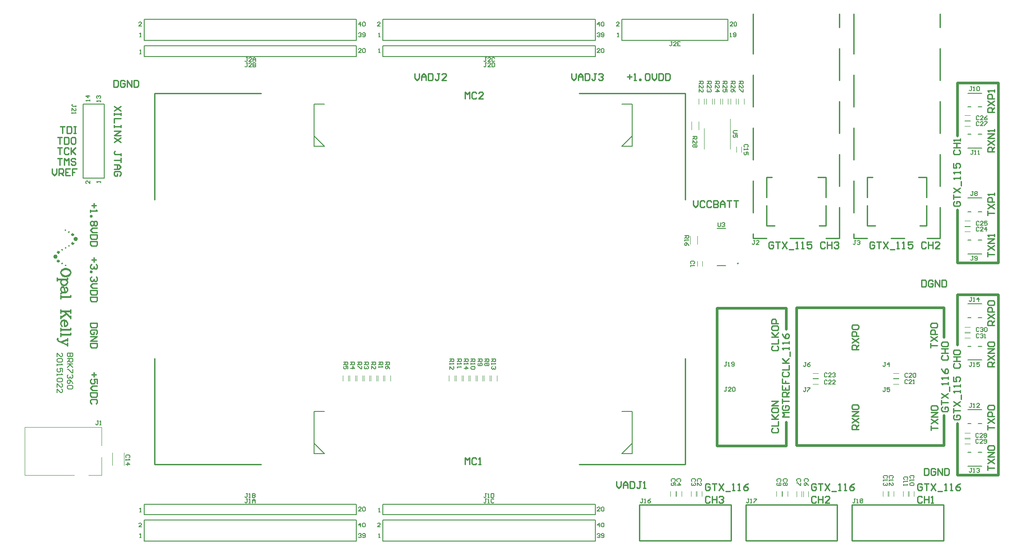
<source format=gto>
G04 Layer_Color=65535*
%FSLAX25Y25*%
%MOIN*%
G70*
G01*
G75*
%ADD12C,0.00800*%
%ADD29C,0.00500*%
%ADD31C,0.01000*%
%ADD32C,0.01200*%
%ADD63C,0.01500*%
%ADD66C,0.00825*%
%ADD67C,0.00675*%
%ADD68C,0.00700*%
%ADD69C,0.00472*%
%ADD70C,0.00787*%
%ADD71C,0.02000*%
%ADD72C,0.00799*%
%ADD73C,0.00799*%
D12*
X681890Y180315D02*
X692126D01*
X681890Y170079D02*
X684252D01*
X689764D02*
X692126D01*
X681890Y138583D02*
X692126D01*
X689764Y148819D02*
X692126D01*
X681890D02*
X684252D01*
X681890Y101575D02*
X692126D01*
X681890Y91339D02*
X684252D01*
X689764D02*
X692126D01*
X681890Y59842D02*
X692126D01*
X689764Y70079D02*
X692126D01*
X681890D02*
X684252D01*
X681890Y217323D02*
X692126D01*
X689764Y227559D02*
X692126D01*
X681890D02*
X684252D01*
X681890Y259055D02*
X692126D01*
X681890Y248819D02*
X684252D01*
X689764D02*
X692126D01*
X681890Y296063D02*
X692126D01*
X689764Y306299D02*
X692126D01*
X681890D02*
X684252D01*
X681890Y336811D02*
X692126D01*
X681890Y326575D02*
X684252D01*
X689764D02*
X692126D01*
X685070Y136857D02*
X684070D01*
X684570D01*
Y134358D01*
X684070Y133858D01*
X683571D01*
X683071Y134358D01*
X686070Y133858D02*
X687070D01*
X686570D01*
Y136857D01*
X686070Y136357D01*
X690568Y136857D02*
X688569D01*
Y135358D01*
X689569Y135858D01*
X690069D01*
X690568Y135358D01*
Y134358D01*
X690069Y133858D01*
X689069D01*
X688569Y134358D01*
X685070Y185086D02*
X684070D01*
X684570D01*
Y182586D01*
X684070Y182087D01*
X683571D01*
X683071Y182586D01*
X686070Y182087D02*
X687070D01*
X686570D01*
Y185086D01*
X686070Y184586D01*
X690069Y182087D02*
Y185086D01*
X688569Y183586D01*
X690568D01*
X685070Y58117D02*
X684070D01*
X684570D01*
Y55618D01*
X684070Y55118D01*
X683571D01*
X683071Y55618D01*
X686070Y55118D02*
X687070D01*
X686570D01*
Y58117D01*
X686070Y57617D01*
X688569D02*
X689069Y58117D01*
X690069D01*
X690568Y57617D01*
Y57117D01*
X690069Y56618D01*
X689569D01*
X690069D01*
X690568Y56118D01*
Y55618D01*
X690069Y55118D01*
X689069D01*
X688569Y55618D01*
X685070Y106345D02*
X684070D01*
X684570D01*
Y103846D01*
X684070Y103347D01*
X683571D01*
X683071Y103846D01*
X686070Y103347D02*
X687070D01*
X686570D01*
Y106345D01*
X686070Y105846D01*
X690568Y103347D02*
X688569D01*
X690568Y105346D01*
Y105846D01*
X690069Y106345D01*
X689069D01*
X688569Y105846D01*
X686055Y294338D02*
X685055D01*
X685555D01*
Y291838D01*
X685055Y291339D01*
X684555D01*
X684055Y291838D01*
X687054Y291339D02*
X688054D01*
X687554D01*
Y294338D01*
X687054Y293838D01*
X689553Y291339D02*
X690553D01*
X690053D01*
Y294338D01*
X689553Y293838D01*
X685070Y341582D02*
X684071D01*
X684570D01*
Y339083D01*
X684071Y338583D01*
X683571D01*
X683071Y339083D01*
X686070Y338583D02*
X687070D01*
X686570D01*
Y341582D01*
X686070Y341082D01*
X688569D02*
X689069Y341582D01*
X690069D01*
X690568Y341082D01*
Y339083D01*
X690069Y338583D01*
X689069D01*
X688569Y339083D01*
Y341082D01*
X686055Y215597D02*
X685055D01*
X685555D01*
Y213098D01*
X685055Y212598D01*
X684555D01*
X684055Y213098D01*
X687054D02*
X687554Y212598D01*
X688554D01*
X689053Y213098D01*
Y215098D01*
X688554Y215597D01*
X687554D01*
X687054Y215098D01*
Y214598D01*
X687554Y214098D01*
X689053D01*
X686055Y263826D02*
X685055D01*
X685555D01*
Y261327D01*
X685055Y260827D01*
X684555D01*
X684055Y261327D01*
X687054Y263326D02*
X687554Y263826D01*
X688554D01*
X689053Y263326D01*
Y262826D01*
X688554Y262326D01*
X689053Y261826D01*
Y261327D01*
X688554Y260827D01*
X687554D01*
X687054Y261327D01*
Y261826D01*
X687554Y262326D01*
X687054Y262826D01*
Y263326D01*
X687554Y262326D02*
X688554D01*
X690188Y157617D02*
X689688Y158117D01*
X688689D01*
X688189Y157617D01*
Y155618D01*
X688689Y155118D01*
X689688D01*
X690188Y155618D01*
X691188Y157617D02*
X691688Y158117D01*
X692688D01*
X693187Y157617D01*
Y157117D01*
X692688Y156618D01*
X692188D01*
X692688D01*
X693187Y156118D01*
Y155618D01*
X692688Y155118D01*
X691688D01*
X691188Y155618D01*
X694187Y155118D02*
X695187D01*
X694687D01*
Y158117D01*
X694187Y157617D01*
X690188Y162342D02*
X689688Y162842D01*
X688689D01*
X688189Y162342D01*
Y160342D01*
X688689Y159843D01*
X689688D01*
X690188Y160342D01*
X691188Y162342D02*
X691688Y162842D01*
X692688D01*
X693187Y162342D01*
Y161842D01*
X692688Y161342D01*
X692188D01*
X692688D01*
X693187Y160842D01*
Y160342D01*
X692688Y159843D01*
X691688D01*
X691188Y160342D01*
X694187Y162342D02*
X694687Y162842D01*
X695687D01*
X696186Y162342D01*
Y160342D01*
X695687Y159843D01*
X694687D01*
X694187Y160342D01*
Y162342D01*
X689795Y79271D02*
X689295Y79771D01*
X688295D01*
X687795Y79271D01*
Y77271D01*
X688295Y76772D01*
X689295D01*
X689795Y77271D01*
X692794Y76772D02*
X690794D01*
X692794Y78771D01*
Y79271D01*
X692294Y79771D01*
X691294D01*
X690794Y79271D01*
X693793Y77271D02*
X694293Y76772D01*
X695293D01*
X695793Y77271D01*
Y79271D01*
X695293Y79771D01*
X694293D01*
X693793Y79271D01*
Y78771D01*
X694293Y78271D01*
X695793D01*
X689795Y83601D02*
X689295Y84101D01*
X688295D01*
X687795Y83601D01*
Y81602D01*
X688295Y81102D01*
X689295D01*
X689795Y81602D01*
X692794Y81102D02*
X690794D01*
X692794Y83102D01*
Y83601D01*
X692294Y84101D01*
X691294D01*
X690794Y83601D01*
X693793D02*
X694293Y84101D01*
X695293D01*
X695793Y83601D01*
Y83102D01*
X695293Y82602D01*
X695793Y82102D01*
Y81602D01*
X695293Y81102D01*
X694293D01*
X693793Y81602D01*
Y82102D01*
X694293Y82602D01*
X693793Y83102D01*
Y83601D01*
X694293Y82602D02*
X695293D01*
X690188Y315098D02*
X689688Y315598D01*
X688689D01*
X688189Y315098D01*
Y313098D01*
X688689Y312598D01*
X689688D01*
X690188Y313098D01*
X693187Y312598D02*
X691188D01*
X693187Y314598D01*
Y315098D01*
X692688Y315598D01*
X691688D01*
X691188Y315098D01*
X694187Y315598D02*
X696186D01*
Y315098D01*
X694187Y313098D01*
Y312598D01*
X690188Y319428D02*
X689688Y319928D01*
X688689D01*
X688189Y319428D01*
Y317429D01*
X688689Y316929D01*
X689688D01*
X690188Y317429D01*
X693187Y316929D02*
X691188D01*
X693187Y318929D01*
Y319428D01*
X692688Y319928D01*
X691688D01*
X691188Y319428D01*
X696186Y319928D02*
X695187Y319428D01*
X694187Y318429D01*
Y317429D01*
X694687Y316929D01*
X695687D01*
X696186Y317429D01*
Y317929D01*
X695687Y318429D01*
X694187D01*
X690188Y241082D02*
X689688Y241582D01*
X688689D01*
X688189Y241082D01*
Y239083D01*
X688689Y238583D01*
X689688D01*
X690188Y239083D01*
X693187Y238583D02*
X691188D01*
X693187Y240582D01*
Y241082D01*
X692688Y241582D01*
X691688D01*
X691188Y241082D01*
X696186Y241582D02*
X694187D01*
Y240082D01*
X695187Y240582D01*
X695687D01*
X696186Y240082D01*
Y239083D01*
X695687Y238583D01*
X694687D01*
X694187Y239083D01*
X690188Y236751D02*
X689688Y237251D01*
X688689D01*
X688189Y236751D01*
Y234752D01*
X688689Y234252D01*
X689688D01*
X690188Y234752D01*
X693187Y234252D02*
X691188D01*
X693187Y236251D01*
Y236751D01*
X692688Y237251D01*
X691688D01*
X691188Y236751D01*
X695687Y234252D02*
Y237251D01*
X694187Y235752D01*
X696186D01*
X577590Y128546D02*
X577090Y129045D01*
X576090D01*
X575591Y128546D01*
Y126546D01*
X576090Y126047D01*
X577090D01*
X577590Y126546D01*
X580589Y126047D02*
X578590D01*
X580589Y128046D01*
Y128546D01*
X580089Y129045D01*
X579089D01*
X578590Y128546D01*
X581589D02*
X582089Y129045D01*
X583088D01*
X583588Y128546D01*
Y128046D01*
X583088Y127546D01*
X582588D01*
X583088D01*
X583588Y127046D01*
Y126546D01*
X583088Y126047D01*
X582089D01*
X581589Y126546D01*
X577590Y123200D02*
X577090Y123700D01*
X576090D01*
X575591Y123200D01*
Y121201D01*
X576090Y120701D01*
X577090D01*
X577590Y121201D01*
X580589Y120701D02*
X578590D01*
X580589Y122700D01*
Y123200D01*
X580089Y123700D01*
X579089D01*
X578590Y123200D01*
X583588Y120701D02*
X581589D01*
X583588Y122700D01*
Y123200D01*
X583088Y123700D01*
X582089D01*
X581589Y123200D01*
X637292Y123427D02*
X636792Y123927D01*
X635793D01*
X635293Y123427D01*
Y121428D01*
X635793Y120928D01*
X636792D01*
X637292Y121428D01*
X640291Y120928D02*
X638292D01*
X640291Y122928D01*
Y123427D01*
X639791Y123927D01*
X638792D01*
X638292Y123427D01*
X641291Y120928D02*
X642291D01*
X641791D01*
Y123927D01*
X641291Y123427D01*
X637292Y128318D02*
X636792Y128818D01*
X635793D01*
X635293Y128318D01*
Y126319D01*
X635793Y125819D01*
X636792D01*
X637292Y126319D01*
X640291Y125819D02*
X638292D01*
X640291Y127818D01*
Y128318D01*
X639791Y128818D01*
X638792D01*
X638292Y128318D01*
X641291D02*
X641791Y128818D01*
X642791D01*
X643290Y128318D01*
Y126319D01*
X642791Y125819D01*
X641791D01*
X641291Y126319D01*
Y128318D01*
X479399Y48301D02*
X479899Y48801D01*
Y49800D01*
X479399Y50300D01*
X477400D01*
X476900Y49800D01*
Y48801D01*
X477400Y48301D01*
X479399Y47301D02*
X479899Y46801D01*
Y45801D01*
X479399Y45302D01*
X478899D01*
X478400Y45801D01*
Y46301D01*
Y45801D01*
X477900Y45302D01*
X477400D01*
X476900Y45801D01*
Y46801D01*
X477400Y47301D01*
X518299Y296701D02*
X518799Y297200D01*
Y298200D01*
X518299Y298700D01*
X516300D01*
X515800Y298200D01*
Y297200D01*
X516300Y296701D01*
X515800Y295701D02*
Y294701D01*
Y295201D01*
X518799D01*
X518299Y295701D01*
X518799Y291202D02*
Y293202D01*
X517300D01*
X517799Y292202D01*
Y291702D01*
X517300Y291202D01*
X516300D01*
X515800Y291702D01*
Y292702D01*
X516300Y293202D01*
X621799Y50801D02*
X622299Y51301D01*
Y52300D01*
X621799Y52800D01*
X619800D01*
X619300Y52300D01*
Y51301D01*
X619800Y50801D01*
X619300Y49801D02*
Y48801D01*
Y49301D01*
X622299D01*
X621799Y49801D01*
Y47302D02*
X622299Y46802D01*
Y45802D01*
X621799Y45302D01*
X621299D01*
X620799Y45802D01*
Y46302D01*
Y45802D01*
X620300Y45302D01*
X619800D01*
X619300Y45802D01*
Y46802D01*
X619800Y47302D01*
X626099Y50801D02*
X626599Y51301D01*
Y52300D01*
X626099Y52800D01*
X624100D01*
X623600Y52300D01*
Y51301D01*
X624100Y50801D01*
X623600Y49801D02*
Y48801D01*
Y49301D01*
X626599D01*
X626099Y49801D01*
X623600Y45302D02*
Y47302D01*
X625599Y45302D01*
X626099D01*
X626599Y45802D01*
Y46802D01*
X626099Y47302D01*
X636799Y49801D02*
X637299Y50301D01*
Y51300D01*
X636799Y51800D01*
X634800D01*
X634300Y51300D01*
Y50301D01*
X634800Y49801D01*
X634300Y48801D02*
Y47801D01*
Y48301D01*
X637299D01*
X636799Y48801D01*
X634300Y46302D02*
Y45302D01*
Y45802D01*
X637299D01*
X636799Y46302D01*
X641599Y50801D02*
X642099Y51301D01*
Y52300D01*
X641599Y52800D01*
X639600D01*
X639100Y52300D01*
Y51301D01*
X639600Y50801D01*
X639100Y49801D02*
Y48801D01*
Y49301D01*
X642099D01*
X641599Y49801D01*
Y47302D02*
X642099Y46802D01*
Y45802D01*
X641599Y45302D01*
X639600D01*
X639100Y45802D01*
Y46802D01*
X639600Y47302D01*
X641599D01*
X542799Y48301D02*
X543299Y48801D01*
Y49800D01*
X542799Y50300D01*
X540800D01*
X540300Y49800D01*
Y48801D01*
X540800Y48301D01*
Y47301D02*
X540300Y46801D01*
Y45801D01*
X540800Y45302D01*
X542799D01*
X543299Y45801D01*
Y46801D01*
X542799Y47301D01*
X542299D01*
X541799Y46801D01*
Y45302D01*
X547599Y48301D02*
X548099Y48801D01*
Y49800D01*
X547599Y50300D01*
X545600D01*
X545100Y49800D01*
Y48801D01*
X545600Y48301D01*
X547599Y47301D02*
X548099Y46801D01*
Y45801D01*
X547599Y45302D01*
X547099D01*
X546599Y45801D01*
X546100Y45302D01*
X545600D01*
X545100Y45801D01*
Y46801D01*
X545600Y47301D01*
X546100D01*
X546599Y46801D01*
X547099Y47301D01*
X547599D01*
X546599Y46801D02*
Y45801D01*
X557499Y48238D02*
X557999Y48738D01*
Y49738D01*
X557499Y50238D01*
X555500D01*
X555000Y49738D01*
Y48738D01*
X555500Y48238D01*
X557999Y47239D02*
Y45239D01*
X557499D01*
X555500Y47239D01*
X555000D01*
X562999Y48238D02*
X563499Y48738D01*
Y49738D01*
X562999Y50238D01*
X561000D01*
X560500Y49738D01*
Y48738D01*
X561000Y48238D01*
X563499Y45239D02*
X562999Y46239D01*
X562000Y47239D01*
X561000D01*
X560500Y46739D01*
Y45739D01*
X561000Y45239D01*
X561500D01*
X562000Y45739D01*
Y47239D01*
X464299Y48301D02*
X464799Y48801D01*
Y49800D01*
X464299Y50300D01*
X462300D01*
X461800Y49800D01*
Y48801D01*
X462300Y48301D01*
X464799Y45302D02*
Y47301D01*
X463300D01*
X463799Y46301D01*
Y45801D01*
X463300Y45302D01*
X462300D01*
X461800Y45801D01*
Y46801D01*
X462300Y47301D01*
X468599Y48301D02*
X469099Y48801D01*
Y49800D01*
X468599Y50300D01*
X466600D01*
X466100Y49800D01*
Y48801D01*
X466600Y48301D01*
X466100Y45801D02*
X469099D01*
X467599Y47301D01*
Y45302D01*
X483699Y48301D02*
X484199Y48801D01*
Y49800D01*
X483699Y50300D01*
X481700D01*
X481200Y49800D01*
Y48801D01*
X481700Y48301D01*
X481200Y45302D02*
Y47301D01*
X483199Y45302D01*
X483699D01*
X484199Y45801D01*
Y46801D01*
X483699Y47301D01*
X598850Y227409D02*
X597850D01*
X598350D01*
Y224909D01*
X597850Y224410D01*
X597350D01*
X596850Y224909D01*
X599849Y226909D02*
X600349Y227409D01*
X601349D01*
X601849Y226909D01*
Y226409D01*
X601349Y225909D01*
X600849D01*
X601349D01*
X601849Y225409D01*
Y224909D01*
X601349Y224410D01*
X600349D01*
X599849Y224909D01*
X506299Y345669D02*
X509298D01*
Y344170D01*
X508798Y343670D01*
X507799D01*
X507299Y344170D01*
Y345669D01*
Y344670D02*
X506299Y343670D01*
Y340671D02*
Y342670D01*
X508299Y340671D01*
X508798D01*
X509298Y341171D01*
Y342170D01*
X508798Y342670D01*
X509298Y337672D02*
X508798Y338671D01*
X507799Y339671D01*
X506799D01*
X506299Y339171D01*
Y338172D01*
X506799Y337672D01*
X507299D01*
X507799Y338172D01*
Y339671D01*
X488583Y345669D02*
X491582D01*
Y344170D01*
X491082Y343670D01*
X490082D01*
X489582Y344170D01*
Y345669D01*
Y344670D02*
X488583Y343670D01*
Y340671D02*
Y342670D01*
X490582Y340671D01*
X491082D01*
X491582Y341171D01*
Y342170D01*
X491082Y342670D01*
Y339671D02*
X491582Y339171D01*
Y338172D01*
X491082Y337672D01*
X490582D01*
X490082Y338172D01*
Y338671D01*
Y338172D01*
X489582Y337672D01*
X489082D01*
X488583Y338172D01*
Y339171D01*
X489082Y339671D01*
X482677Y345669D02*
X485676D01*
Y344170D01*
X485176Y343670D01*
X484177D01*
X483677Y344170D01*
Y345669D01*
Y344670D02*
X482677Y343670D01*
Y340671D02*
Y342670D01*
X484677Y340671D01*
X485176D01*
X485676Y341171D01*
Y342170D01*
X485176Y342670D01*
X482677Y337672D02*
Y339671D01*
X484677Y337672D01*
X485176D01*
X485676Y338172D01*
Y339171D01*
X485176Y339671D01*
X510873Y309055D02*
X508374D01*
X507874Y308555D01*
Y307556D01*
X508374Y307056D01*
X510873D01*
Y304057D02*
Y306056D01*
X509374D01*
X509873Y305056D01*
Y304557D01*
X509374Y304057D01*
X508374D01*
X507874Y304557D01*
Y305556D01*
X508374Y306056D01*
X478000Y304600D02*
X480999D01*
Y303100D01*
X480499Y302601D01*
X479499D01*
X479000Y303100D01*
Y304600D01*
Y303600D02*
X478000Y302601D01*
Y299602D02*
Y301601D01*
X479999Y299602D01*
X480499D01*
X480999Y300101D01*
Y301101D01*
X480499Y301601D01*
Y298602D02*
X480999Y298102D01*
Y297102D01*
X480499Y296603D01*
X479999D01*
X479499Y297102D01*
X479000Y296603D01*
X478500D01*
X478000Y297102D01*
Y298102D01*
X478500Y298602D01*
X479000D01*
X479499Y298102D01*
X479999Y298602D01*
X480499D01*
X479499Y298102D02*
Y297102D01*
X512205Y345669D02*
X515204D01*
Y344170D01*
X514704Y343670D01*
X513704D01*
X513204Y344170D01*
Y345669D01*
Y344670D02*
X512205Y343670D01*
Y340671D02*
Y342670D01*
X514204Y340671D01*
X514704D01*
X515204Y341171D01*
Y342170D01*
X514704Y342670D01*
X515204Y339671D02*
Y337672D01*
X514704D01*
X512705Y339671D01*
X512205D01*
X500394Y345669D02*
X503393D01*
Y344170D01*
X502893Y343670D01*
X501893D01*
X501393Y344170D01*
Y345669D01*
Y344670D02*
X500394Y343670D01*
Y340671D02*
Y342670D01*
X502393Y340671D01*
X502893D01*
X503393Y341171D01*
Y342170D01*
X502893Y342670D01*
X503393Y337672D02*
Y339671D01*
X501893D01*
X502393Y338671D01*
Y338172D01*
X501893Y337672D01*
X500893D01*
X500394Y338172D01*
Y339171D01*
X500893Y339671D01*
X494488Y345669D02*
X497487D01*
Y344170D01*
X496987Y343670D01*
X495988D01*
X495488Y344170D01*
Y345669D01*
Y344670D02*
X494488Y343670D01*
Y340671D02*
Y342670D01*
X496488Y340671D01*
X496987D01*
X497487Y341171D01*
Y342170D01*
X496987Y342670D01*
X494488Y338172D02*
X497487D01*
X495988Y339671D01*
Y337672D01*
X229134Y137008D02*
X232133D01*
Y135508D01*
X231633Y135009D01*
X230633D01*
X230134Y135508D01*
Y137008D01*
Y136008D02*
X229134Y135009D01*
X232133Y134009D02*
Y132009D01*
X231633D01*
X229634Y134009D01*
X229134D01*
X250000Y137008D02*
X252999D01*
Y135508D01*
X252499Y135009D01*
X251500D01*
X251000Y135508D01*
Y137008D01*
Y136008D02*
X250000Y135009D01*
X252999Y132009D02*
X252499Y133009D01*
X251500Y134009D01*
X250500D01*
X250000Y133509D01*
Y132509D01*
X250500Y132009D01*
X251000D01*
X251500Y132509D01*
Y134009D01*
X218898Y137008D02*
X221897D01*
Y135508D01*
X221397Y135009D01*
X220397D01*
X219897Y135508D01*
Y137008D01*
Y136008D02*
X218898Y135009D01*
X221897Y132009D02*
Y134009D01*
X220397D01*
X220897Y133009D01*
Y132509D01*
X220397Y132009D01*
X219397D01*
X218898Y132509D01*
Y133509D01*
X219397Y134009D01*
X598456Y35479D02*
X597456D01*
X597956D01*
Y32980D01*
X597456Y32480D01*
X596956D01*
X596457Y32980D01*
X599456Y32480D02*
X600455D01*
X599956D01*
Y35479D01*
X599456Y34980D01*
X601955D02*
X602455Y35479D01*
X603454D01*
X603954Y34980D01*
Y34480D01*
X603454Y33980D01*
X603954Y33480D01*
Y32980D01*
X603454Y32480D01*
X602455D01*
X601955Y32980D01*
Y33480D01*
X602455Y33980D01*
X601955Y34480D01*
Y34980D01*
X602455Y33980D02*
X603454D01*
X440976Y35479D02*
X439976D01*
X440476D01*
Y32980D01*
X439976Y32480D01*
X439476D01*
X438976Y32980D01*
X441975Y32480D02*
X442975D01*
X442475D01*
Y35479D01*
X441975Y34980D01*
X446474Y35479D02*
X445474Y34980D01*
X444475Y33980D01*
Y32980D01*
X444974Y32480D01*
X445974D01*
X446474Y32980D01*
Y33480D01*
X445974Y33980D01*
X444475D01*
X562039Y118157D02*
X561039D01*
X561539D01*
Y115657D01*
X561039Y115157D01*
X560539D01*
X560039Y115657D01*
X563038Y118157D02*
X565038D01*
Y117657D01*
X563038Y115657D01*
Y115157D01*
X621094Y118157D02*
X620094D01*
X620594D01*
Y115657D01*
X620094Y115157D01*
X619594D01*
X619095Y115657D01*
X624093Y118157D02*
X622093D01*
Y116657D01*
X623093Y117157D01*
X623593D01*
X624093Y116657D01*
Y115657D01*
X623593Y115157D01*
X622593D01*
X622093Y115657D01*
X562039Y136857D02*
X561039D01*
X561539D01*
Y134358D01*
X561039Y133858D01*
X560539D01*
X560039Y134358D01*
X565038Y136857D02*
X564038Y136357D01*
X563038Y135358D01*
Y134358D01*
X563538Y133858D01*
X564538D01*
X565038Y134358D01*
Y134858D01*
X564538Y135358D01*
X563038D01*
X621094Y136857D02*
X620094D01*
X620594D01*
Y134358D01*
X620094Y133858D01*
X619594D01*
X619095Y134358D01*
X623593Y133858D02*
Y136857D01*
X622093Y135358D01*
X624093D01*
X524047Y227409D02*
X523047D01*
X523547D01*
Y224909D01*
X523047Y224410D01*
X522547D01*
X522047Y224909D01*
X527046Y224410D02*
X525046D01*
X527046Y226409D01*
Y226909D01*
X526546Y227409D01*
X525546D01*
X525046Y226909D01*
X462629Y375046D02*
X461630D01*
X462129D01*
Y372547D01*
X461630Y372047D01*
X461130D01*
X460630Y372547D01*
X465628Y372047D02*
X463629D01*
X465628Y374047D01*
Y374546D01*
X465129Y375046D01*
X464129D01*
X463629Y374546D01*
X468627Y375046D02*
X466628D01*
Y372047D01*
X468627D01*
X466628Y373547D02*
X467628D01*
X324834Y359298D02*
X323834D01*
X324334D01*
Y356799D01*
X323834Y356299D01*
X323335D01*
X322835Y356799D01*
X327833Y356299D02*
X325834D01*
X327833Y358299D01*
Y358798D01*
X327333Y359298D01*
X326333D01*
X325834Y358798D01*
X328833Y359298D02*
Y356299D01*
X330332D01*
X330832Y356799D01*
Y358798D01*
X330332Y359298D01*
X328833D01*
X324834Y363235D02*
X323834D01*
X324334D01*
Y360736D01*
X323834Y360236D01*
X323335D01*
X322835Y360736D01*
X327833Y360236D02*
X325834D01*
X327833Y362236D01*
Y362735D01*
X327333Y363235D01*
X326333D01*
X325834Y362735D01*
X330832D02*
X330332Y363235D01*
X329332D01*
X328833Y362735D01*
Y360736D01*
X329332Y360236D01*
X330332D01*
X330832Y360736D01*
X147669Y359298D02*
X146669D01*
X147169D01*
Y356799D01*
X146669Y356299D01*
X146169D01*
X145669Y356799D01*
X150668Y356299D02*
X148668D01*
X150668Y358299D01*
Y358798D01*
X150168Y359298D01*
X149168D01*
X148668Y358798D01*
X151667Y359298D02*
Y356299D01*
X153167D01*
X153667Y356799D01*
Y357299D01*
X153167Y357799D01*
X151667D01*
X153167D01*
X153667Y358299D01*
Y358798D01*
X153167Y359298D01*
X151667D01*
X147669Y363235D02*
X146669D01*
X147169D01*
Y360736D01*
X146669Y360236D01*
X146169D01*
X145669Y360736D01*
X150668Y360236D02*
X148668D01*
X150668Y362236D01*
Y362735D01*
X150168Y363235D01*
X149168D01*
X148668Y362735D01*
X151667Y360236D02*
Y362236D01*
X152667Y363235D01*
X153667Y362236D01*
Y360236D01*
Y361736D01*
X151667D01*
X324834Y39416D02*
X323834D01*
X324334D01*
Y36917D01*
X323834Y36417D01*
X323335D01*
X322835Y36917D01*
X325834Y36417D02*
X326833D01*
X326333D01*
Y39416D01*
X325834Y38917D01*
X328333Y39416D02*
Y36417D01*
X329832D01*
X330332Y36917D01*
Y38917D01*
X329832Y39416D01*
X328333D01*
X324834Y35479D02*
X323834D01*
X324334D01*
Y32980D01*
X323834Y32480D01*
X323335D01*
X322835Y32980D01*
X325834Y32480D02*
X326833D01*
X326333D01*
Y35479D01*
X325834Y34980D01*
X330332D02*
X329832Y35479D01*
X328833D01*
X328333Y34980D01*
Y32980D01*
X328833Y32480D01*
X329832D01*
X330332Y32980D01*
X147669Y39416D02*
X146669D01*
X147169D01*
Y36917D01*
X146669Y36417D01*
X146169D01*
X145669Y36917D01*
X148668Y36417D02*
X149668D01*
X149168D01*
Y39416D01*
X148668Y38917D01*
X151168Y39416D02*
Y36417D01*
X152667D01*
X153167Y36917D01*
Y37417D01*
X152667Y37917D01*
X151168D01*
X152667D01*
X153167Y38417D01*
Y38917D01*
X152667Y39416D01*
X151168D01*
X147669Y35479D02*
X146669D01*
X147169D01*
Y32980D01*
X146669Y32480D01*
X146169D01*
X145669Y32980D01*
X148668Y32480D02*
X149668D01*
X149168D01*
Y35479D01*
X148668Y34980D01*
X151168Y32480D02*
Y34480D01*
X152167Y35479D01*
X153167Y34480D01*
Y32480D01*
Y33980D01*
X151168D01*
X224016Y137008D02*
X227015D01*
Y135508D01*
X226515Y135009D01*
X225515D01*
X225015Y135508D01*
Y137008D01*
Y136008D02*
X224016Y135009D01*
Y132509D02*
X227015D01*
X225515Y134009D01*
Y132009D01*
X234252Y137008D02*
X237251D01*
Y135508D01*
X236751Y135009D01*
X235752D01*
X235252Y135508D01*
Y137008D01*
Y136008D02*
X234252Y135009D01*
X236751Y134009D02*
X237251Y133509D01*
Y132509D01*
X236751Y132009D01*
X236251D01*
X235752Y132509D01*
Y133009D01*
Y132509D01*
X235252Y132009D01*
X234752D01*
X234252Y132509D01*
Y133509D01*
X234752Y134009D01*
X239764Y137008D02*
X242763D01*
Y135508D01*
X242263Y135009D01*
X241263D01*
X240763Y135508D01*
Y137008D01*
Y136008D02*
X239764Y135009D01*
Y132009D02*
Y134009D01*
X241763Y132009D01*
X242263D01*
X242763Y132509D01*
Y133509D01*
X242263Y134009D01*
X471900Y231200D02*
X474899D01*
Y229700D01*
X474399Y229201D01*
X473399D01*
X472900Y229700D01*
Y231200D01*
Y230200D02*
X471900Y229201D01*
Y228201D02*
Y227201D01*
Y227701D01*
X474899D01*
X474399Y228201D01*
X474899Y223702D02*
X474399Y224702D01*
X473399Y225702D01*
X472400D01*
X471900Y225202D01*
Y224202D01*
X472400Y223702D01*
X472900D01*
X473399Y224202D01*
Y225702D01*
X244882Y137008D02*
X247881D01*
Y135508D01*
X247381Y135009D01*
X246381D01*
X245882Y135508D01*
Y137008D01*
Y136008D02*
X244882Y135009D01*
Y134009D02*
Y133009D01*
Y133509D01*
X247881D01*
X247381Y134009D01*
X496500Y240599D02*
Y238100D01*
X497000Y237600D01*
X497999D01*
X498499Y238100D01*
Y240599D01*
X499499Y240099D02*
X499999Y240599D01*
X500998D01*
X501498Y240099D01*
Y239599D01*
X500998Y239100D01*
X500499D01*
X500998D01*
X501498Y238600D01*
Y238100D01*
X500998Y237600D01*
X499999D01*
X499499Y238100D01*
X308268Y139370D02*
X311267D01*
Y137871D01*
X310767Y137371D01*
X309767D01*
X309267Y137871D01*
Y139370D01*
Y138370D02*
X308268Y137371D01*
Y136371D02*
Y135371D01*
Y135871D01*
X311267D01*
X310767Y136371D01*
X308268Y132372D02*
X311267D01*
X309767Y133872D01*
Y131872D01*
X328740Y139370D02*
X331739D01*
Y137871D01*
X331239Y137371D01*
X330240D01*
X329740Y137871D01*
Y139370D01*
Y138370D02*
X328740Y137371D01*
Y136371D02*
Y135371D01*
Y135871D01*
X331739D01*
X331239Y136371D01*
Y133872D02*
X331739Y133372D01*
Y132372D01*
X331239Y131872D01*
X330739D01*
X330240Y132372D01*
Y132872D01*
Y132372D01*
X329740Y131872D01*
X329240D01*
X328740Y132372D01*
Y133372D01*
X329240Y133872D01*
X297638Y139370D02*
X300637D01*
Y137871D01*
X300137Y137371D01*
X299137D01*
X298638Y137871D01*
Y139370D01*
Y138370D02*
X297638Y137371D01*
Y136371D02*
Y135371D01*
Y135871D01*
X300637D01*
X300137Y136371D01*
X297638Y131872D02*
Y133872D01*
X299637Y131872D01*
X300137D01*
X300637Y132372D01*
Y133372D01*
X300137Y133872D01*
X303150Y139370D02*
X306149D01*
Y137871D01*
X305649Y137371D01*
X304649D01*
X304149Y137871D01*
Y139370D01*
Y138370D02*
X303150Y137371D01*
Y136371D02*
Y135371D01*
Y135871D01*
X306149D01*
X305649Y136371D01*
X303150Y133872D02*
Y132872D01*
Y133372D01*
X306149D01*
X305649Y133872D01*
X313386Y139370D02*
X316385D01*
Y137871D01*
X315885Y137371D01*
X314885D01*
X314386Y137871D01*
Y139370D01*
Y138370D02*
X313386Y137371D01*
Y136371D02*
Y135371D01*
Y135871D01*
X316385D01*
X315885Y136371D01*
Y133872D02*
X316385Y133372D01*
Y132372D01*
X315885Y131872D01*
X313886D01*
X313386Y132372D01*
Y133372D01*
X313886Y133872D01*
X315885D01*
X318504Y139370D02*
X321503D01*
Y137871D01*
X321003Y137371D01*
X320004D01*
X319504Y137871D01*
Y139370D01*
Y138370D02*
X318504Y137371D01*
X319004Y136371D02*
X318504Y135871D01*
Y134871D01*
X319004Y134372D01*
X321003D01*
X321503Y134871D01*
Y135871D01*
X321003Y136371D01*
X320503D01*
X320004Y135871D01*
Y134372D01*
X323622Y139370D02*
X326621D01*
Y137871D01*
X326121Y137371D01*
X325122D01*
X324622Y137871D01*
Y139370D01*
Y138370D02*
X323622Y137371D01*
X326121Y136371D02*
X326621Y135871D01*
Y134871D01*
X326121Y134372D01*
X325621D01*
X325122Y134871D01*
X324622Y134372D01*
X324122D01*
X323622Y134871D01*
Y135871D01*
X324122Y136371D01*
X324622D01*
X325122Y135871D01*
X325621Y136371D01*
X326121D01*
X325122Y135871D02*
Y134871D01*
X478699Y210201D02*
X479199Y210700D01*
Y211700D01*
X478699Y212200D01*
X476700D01*
X476200Y211700D01*
Y210700D01*
X476700Y210201D01*
X476200Y209201D02*
Y208201D01*
Y208701D01*
X479199D01*
X478699Y209201D01*
X59699Y65901D02*
X60199Y66400D01*
Y67400D01*
X59699Y67900D01*
X57700D01*
X57200Y67400D01*
Y66400D01*
X57700Y65901D01*
X57200Y64901D02*
Y63901D01*
Y64401D01*
X60199D01*
X59699Y64901D01*
X57200Y60902D02*
X60199D01*
X58700Y62402D01*
Y60402D01*
X37039Y93550D02*
X36039D01*
X36539D01*
Y91051D01*
X36039Y90551D01*
X35539D01*
X35039Y91051D01*
X38038Y90551D02*
X39038D01*
X38538D01*
Y93550D01*
X38038Y93050D01*
X519716Y35479D02*
X518716D01*
X519216D01*
Y32980D01*
X518716Y32480D01*
X518216D01*
X517717Y32980D01*
X520716Y32480D02*
X521715D01*
X521215D01*
Y35479D01*
X520716Y34980D01*
X523215Y35479D02*
X525214D01*
Y34980D01*
X523215Y32980D01*
Y32480D01*
X503141Y137015D02*
X502141D01*
X502641D01*
Y134516D01*
X502141Y134016D01*
X501642D01*
X501142Y134516D01*
X504141Y134016D02*
X505140D01*
X504641D01*
Y137015D01*
X504141Y136515D01*
X506640Y134516D02*
X507140Y134016D01*
X508140D01*
X508639Y134516D01*
Y136515D01*
X508140Y137015D01*
X507140D01*
X506640Y136515D01*
Y136015D01*
X507140Y135515D01*
X508639D01*
X503141Y118314D02*
X502141D01*
X502641D01*
Y115815D01*
X502141Y115315D01*
X501642D01*
X501142Y115815D01*
X506140Y115315D02*
X504141D01*
X506140Y117314D01*
Y117814D01*
X505640Y118314D01*
X504641D01*
X504141Y117814D01*
X507140D02*
X507640Y118314D01*
X508639D01*
X509139Y117814D01*
Y115815D01*
X508639Y115315D01*
X507640D01*
X507140Y115815D01*
Y117814D01*
X20399Y326701D02*
Y327700D01*
Y327201D01*
X17900D01*
X17400Y327700D01*
Y328200D01*
X17900Y328700D01*
X17400Y323702D02*
Y325701D01*
X19399Y323702D01*
X19899D01*
X20399Y324201D01*
Y325201D01*
X19899Y325701D01*
X17400Y322702D02*
Y321702D01*
Y322202D01*
X20399D01*
X19899Y322702D01*
X423228Y386614D02*
X421260D01*
X423228Y388582D01*
Y389074D01*
X422736Y389566D01*
X421752D01*
X421260Y389074D01*
X422047Y378740D02*
X423031D01*
X422539D01*
Y381692D01*
X422047Y381200D01*
X68897Y14567D02*
X66929D01*
X68897Y16535D01*
Y17027D01*
X68405Y17519D01*
X67421D01*
X66929Y17027D01*
X67716Y6693D02*
X68700D01*
X68208D01*
Y9645D01*
X67716Y9153D01*
X244882Y6693D02*
X245866D01*
X245374D01*
Y9645D01*
X244882Y9153D01*
X246062Y14567D02*
X244094D01*
X246062Y16535D01*
Y17027D01*
X245570Y17519D01*
X244586D01*
X244094Y17027D01*
X68897Y386614D02*
X66929D01*
X68897Y388582D01*
Y389074D01*
X68405Y389566D01*
X67421D01*
X66929Y389074D01*
X67716Y378740D02*
X68700D01*
X68208D01*
Y381692D01*
X67716Y381200D01*
X244882Y378740D02*
X245866D01*
X245374D01*
Y381692D01*
X244882Y381200D01*
X246062Y386614D02*
X244094D01*
X246062Y388582D01*
Y389074D01*
X245570Y389566D01*
X244586D01*
X244094Y389074D01*
X30709Y271653D02*
Y269685D01*
X28741Y271653D01*
X28249D01*
X27757Y271161D01*
Y270177D01*
X28249Y269685D01*
X38583Y270472D02*
Y271456D01*
Y270964D01*
X35631D01*
X36123Y270472D01*
X67716Y366142D02*
X68716D01*
X68216D01*
Y369141D01*
X67716Y368641D01*
X231921Y366929D02*
X229921D01*
X231921Y368929D01*
Y369428D01*
X231421Y369928D01*
X230421D01*
X229921Y369428D01*
X232920D02*
X233420Y369928D01*
X234420D01*
X234920Y369428D01*
Y367429D01*
X234420Y366929D01*
X233420D01*
X232920Y367429D01*
Y369428D01*
X244882Y366929D02*
X245882D01*
X245382D01*
Y369928D01*
X244882Y369428D01*
X409086Y366929D02*
X407087D01*
X409086Y368929D01*
Y369428D01*
X408586Y369928D01*
X407586D01*
X407087Y369428D01*
X410086D02*
X410585Y369928D01*
X411585D01*
X412085Y369428D01*
Y367429D01*
X411585Y366929D01*
X410585D01*
X410086Y367429D01*
Y369428D01*
X231921Y26378D02*
X229921D01*
X231921Y28377D01*
Y28877D01*
X231421Y29377D01*
X230421D01*
X229921Y28877D01*
X232920D02*
X233420Y29377D01*
X234420D01*
X234920Y28877D01*
Y26878D01*
X234420Y26378D01*
X233420D01*
X232920Y26878D01*
Y28877D01*
X67716Y25591D02*
X68716D01*
X68216D01*
Y28590D01*
X67716Y28090D01*
X409086Y26378D02*
X407087D01*
X409086Y28377D01*
Y28877D01*
X408586Y29377D01*
X407586D01*
X407087Y28877D01*
X410086D02*
X410585Y29377D01*
X411585D01*
X412085Y28877D01*
Y26878D01*
X411585Y26378D01*
X410585D01*
X410086Y26878D01*
Y28877D01*
X244882Y25591D02*
X245882D01*
X245382D01*
Y28590D01*
X244882Y28090D01*
D29*
X196850Y328740D02*
X204724D01*
X196850Y305118D02*
Y328740D01*
Y297244D02*
Y305118D01*
Y297244D02*
X204724D01*
X196850Y305118D02*
X204724Y297244D01*
X425197Y328740D02*
X433071D01*
Y297244D02*
Y328740D01*
X425197Y297244D02*
X433071D01*
X425197D02*
X433071Y305118D01*
X425197Y68898D02*
X433071Y76772D01*
X425197Y68898D02*
X433071D01*
Y100394D01*
X425197D02*
X433071D01*
X196851Y76772D02*
X204725Y68898D01*
X196850D02*
X204725D01*
X196850D02*
Y76772D01*
Y100394D01*
X204725D01*
D31*
X550000Y229134D02*
X560236D01*
X522638Y248031D02*
Y271654D01*
Y287402D02*
Y311024D01*
Y326772D02*
Y350394D01*
X586614Y267717D02*
Y291339D01*
Y307087D02*
Y330709D01*
Y346457D02*
Y370079D01*
X522638Y229134D02*
Y232283D01*
Y229134D02*
X532480D01*
X576772D02*
X586614D01*
Y251969D01*
X522638Y366142D02*
Y395669D01*
X586614Y385827D02*
Y395669D01*
X532606Y238299D02*
Y253299D01*
Y238299D02*
X538606D01*
X532606Y259299D02*
Y274299D01*
X536606D01*
X570606D02*
X576606D01*
Y259299D02*
Y274299D01*
Y238299D02*
Y253299D01*
X571606Y238299D02*
X576606D01*
X646410Y238299D02*
X651409D01*
Y253299D01*
Y259299D02*
Y274299D01*
X645409D02*
X651409D01*
X607409D02*
X611410D01*
X607409Y259299D02*
Y274299D01*
Y238299D02*
X613410D01*
X607409D02*
Y253299D01*
X661417Y385827D02*
Y395669D01*
X597441Y366142D02*
Y395669D01*
X661417Y229134D02*
Y251969D01*
X651575Y229134D02*
X661417D01*
X597441D02*
X607283D01*
X597441D02*
Y232283D01*
X661417Y346457D02*
Y370079D01*
Y307087D02*
Y330709D01*
Y267717D02*
Y291339D01*
X597441Y326772D02*
Y350394D01*
Y287402D02*
Y311024D01*
Y248031D02*
Y271654D01*
X624803Y229134D02*
X635039D01*
X585055Y4331D02*
Y30921D01*
X517126Y4331D02*
X585055D01*
X517126Y30921D02*
X585055D01*
X517126Y4331D02*
Y30921D01*
X438386Y4331D02*
Y30921D01*
X506315D01*
X438386Y4331D02*
X506315D01*
Y30921D01*
X663795Y4331D02*
Y30921D01*
X595866Y4331D02*
X663795D01*
X595866Y30921D02*
X663795D01*
X595866Y4331D02*
Y30921D01*
X472441Y61024D02*
Y139764D01*
X393701Y61024D02*
X472441D01*
X393701Y336614D02*
X472441D01*
Y257874D02*
Y336614D01*
X78740Y257874D02*
Y336614D01*
X157480D01*
X78740Y61024D02*
X157480D01*
X78740D02*
Y139764D01*
X648033Y36661D02*
X647200Y37494D01*
X645534D01*
X644701Y36661D01*
Y33329D01*
X645534Y32496D01*
X647200D01*
X648033Y33329D01*
X649699Y37494D02*
Y32496D01*
Y34995D01*
X653031D01*
Y37494D01*
Y32496D01*
X654698D02*
X656364D01*
X655531D01*
Y37494D01*
X654698Y36661D01*
X648033Y45976D02*
X647200Y46809D01*
X645534D01*
X644701Y45976D01*
Y42643D01*
X645534Y41811D01*
X647200D01*
X648033Y42643D01*
Y44310D01*
X646367D01*
X649699Y46809D02*
X653031D01*
X651365D01*
Y41811D01*
X654698Y46809D02*
X658030Y41811D01*
Y46809D02*
X654698Y41811D01*
X659696Y40977D02*
X663028D01*
X664694Y41811D02*
X666360D01*
X665527D01*
Y46809D01*
X664694Y45976D01*
X668860Y41811D02*
X670526D01*
X669693D01*
Y46809D01*
X668860Y45976D01*
X676357Y46809D02*
X674691Y45976D01*
X673025Y44310D01*
Y42643D01*
X673858Y41811D01*
X675524D01*
X676357Y42643D01*
Y43477D01*
X675524Y44310D01*
X673025D01*
X569293Y36661D02*
X568460Y37494D01*
X566794D01*
X565961Y36661D01*
Y33329D01*
X566794Y32496D01*
X568460D01*
X569293Y33329D01*
X570959Y37494D02*
Y32496D01*
Y34995D01*
X574291D01*
Y37494D01*
Y32496D01*
X579290D02*
X575957D01*
X579290Y35828D01*
Y36661D01*
X578457Y37494D01*
X576790D01*
X575957Y36661D01*
X569293Y45976D02*
X568460Y46809D01*
X566794D01*
X565961Y45976D01*
Y42643D01*
X566794Y41811D01*
X568460D01*
X569293Y42643D01*
Y44310D01*
X567627D01*
X570959Y46809D02*
X574291D01*
X572625D01*
Y41811D01*
X575957Y46809D02*
X579290Y41811D01*
Y46809D02*
X575957Y41811D01*
X580956Y40977D02*
X584288D01*
X585954Y41811D02*
X587620D01*
X586787D01*
Y46809D01*
X585954Y45976D01*
X590120Y41811D02*
X591786D01*
X590952D01*
Y46809D01*
X590120Y45976D01*
X597617Y46809D02*
X595951Y45976D01*
X594285Y44310D01*
Y42643D01*
X595118Y41811D01*
X596784D01*
X597617Y42643D01*
Y43477D01*
X596784Y44310D01*
X594285D01*
X490553Y36661D02*
X489720Y37494D01*
X488054D01*
X487220Y36661D01*
Y33329D01*
X488054Y32496D01*
X489720D01*
X490553Y33329D01*
X492219Y37494D02*
Y32496D01*
Y34995D01*
X495551D01*
Y37494D01*
Y32496D01*
X497217Y36661D02*
X498050Y37494D01*
X499716D01*
X500550Y36661D01*
Y35828D01*
X499716Y34995D01*
X498883D01*
X499716D01*
X500550Y34162D01*
Y33329D01*
X499716Y32496D01*
X498050D01*
X497217Y33329D01*
X490553Y45976D02*
X489720Y46809D01*
X488054D01*
X487220Y45976D01*
Y42643D01*
X488054Y41811D01*
X489720D01*
X490553Y42643D01*
Y44310D01*
X488887D01*
X492219Y46809D02*
X495551D01*
X493885D01*
Y41811D01*
X497217Y46809D02*
X500550Y41811D01*
Y46809D02*
X497217Y41811D01*
X502216Y40977D02*
X505548D01*
X507214Y41811D02*
X508880D01*
X508047D01*
Y46809D01*
X507214Y45976D01*
X511379Y41811D02*
X513045D01*
X512212D01*
Y46809D01*
X511379Y45976D01*
X518877Y46809D02*
X517211Y45976D01*
X515545Y44310D01*
Y42643D01*
X516378Y41811D01*
X518044D01*
X518877Y42643D01*
Y43477D01*
X518044Y44310D01*
X515545D01*
X701772Y133858D02*
X696773D01*
Y136357D01*
X697606Y137190D01*
X699272D01*
X700105Y136357D01*
Y133858D01*
Y135524D02*
X701772Y137190D01*
X696773Y138857D02*
X701772Y142189D01*
X696773D02*
X701772Y138857D01*
Y143855D02*
X696773D01*
X701772Y147187D01*
X696773D01*
X697606Y148853D02*
X696773Y149687D01*
Y151353D01*
X697606Y152186D01*
X700939D01*
X701772Y151353D01*
Y149687D01*
X700939Y148853D01*
X697606D01*
X701772Y164370D02*
X696773D01*
Y166869D01*
X697606Y167702D01*
X699272D01*
X700105Y166869D01*
Y164370D01*
Y166036D02*
X701772Y167702D01*
X696773Y169369D02*
X701772Y172701D01*
X696773D02*
X701772Y169369D01*
Y174367D02*
X696773D01*
Y176866D01*
X697606Y177699D01*
X699272D01*
X700105Y176866D01*
Y174367D01*
X697606Y179365D02*
X696773Y180198D01*
Y181864D01*
X697606Y182697D01*
X700939D01*
X701772Y181864D01*
Y180198D01*
X700939Y179365D01*
X697606D01*
X696645Y56676D02*
Y60008D01*
Y58342D01*
X701643D01*
X696645Y61674D02*
X701643Y65006D01*
X696645D02*
X701643Y61674D01*
Y66672D02*
X696645D01*
X701643Y70005D01*
X696645D01*
X697478Y71671D02*
X696645Y72504D01*
Y74170D01*
X697478Y75003D01*
X700810D01*
X701643Y74170D01*
Y72504D01*
X700810Y71671D01*
X697478D01*
X696773Y86614D02*
Y89946D01*
Y88280D01*
X701772D01*
X696773Y91612D02*
X701772Y94945D01*
X696773D02*
X701772Y91612D01*
Y96611D02*
X696773D01*
Y99110D01*
X697606Y99943D01*
X699272D01*
X700105Y99110D01*
Y96611D01*
X697606Y101609D02*
X696773Y102442D01*
Y104109D01*
X697606Y104942D01*
X700939D01*
X701772Y104109D01*
Y102442D01*
X700939Y101609D01*
X697606D01*
X701772Y293307D02*
X696773D01*
Y295806D01*
X697606Y296639D01*
X699272D01*
X700105Y295806D01*
Y293307D01*
Y294973D02*
X701772Y296639D01*
X696773Y298306D02*
X701772Y301638D01*
X696773D02*
X701772Y298306D01*
Y303304D02*
X696773D01*
X701772Y306636D01*
X696773D01*
X701772Y308302D02*
Y309968D01*
Y309135D01*
X696773D01*
X697606Y308302D01*
X701772Y322835D02*
X696773D01*
Y325334D01*
X697606Y326167D01*
X699272D01*
X700105Y325334D01*
Y322835D01*
Y324501D02*
X701772Y326167D01*
X696773Y327833D02*
X701772Y331165D01*
X696773D02*
X701772Y327833D01*
Y332831D02*
X696773D01*
Y335331D01*
X697606Y336164D01*
X699272D01*
X700105Y335331D01*
Y332831D01*
X701772Y337830D02*
Y339496D01*
Y338663D01*
X696773D01*
X697606Y337830D01*
X696773Y215551D02*
Y218883D01*
Y217217D01*
X701772D01*
X696773Y220550D02*
X701772Y223882D01*
X696773D02*
X701772Y220550D01*
Y225548D02*
X696773D01*
X701772Y228880D01*
X696773D01*
X701772Y230546D02*
Y232212D01*
Y231379D01*
X696773D01*
X697606Y230546D01*
X696773Y246063D02*
Y249395D01*
Y247729D01*
X701772D01*
X696773Y251061D02*
X701772Y254394D01*
X696773D02*
X701772Y251061D01*
Y256060D02*
X696773D01*
Y258559D01*
X697606Y259392D01*
X699272D01*
X700105Y258559D01*
Y256060D01*
X701772Y261058D02*
Y262724D01*
Y261891D01*
X696773D01*
X697606Y261058D01*
X387795Y351455D02*
Y348123D01*
X389461Y346457D01*
X391127Y348123D01*
Y351455D01*
X392794Y346457D02*
Y349789D01*
X394460Y351455D01*
X396126Y349789D01*
Y346457D01*
Y348956D01*
X392794D01*
X397792Y351455D02*
Y346457D01*
X400291D01*
X401124Y347290D01*
Y350622D01*
X400291Y351455D01*
X397792D01*
X406123D02*
X404457D01*
X405290D01*
Y347290D01*
X404457Y346457D01*
X403623D01*
X402790Y347290D01*
X407789Y350622D02*
X408622Y351455D01*
X410288D01*
X411121Y350622D01*
Y349789D01*
X410288Y348956D01*
X409455D01*
X410288D01*
X411121Y348123D01*
Y347290D01*
X410288Y346457D01*
X408622D01*
X407789Y347290D01*
X429134Y348956D02*
X432466D01*
X430800Y350622D02*
Y347290D01*
X434132Y346457D02*
X435798D01*
X434965D01*
Y351455D01*
X434132Y350622D01*
X438298Y346457D02*
Y347290D01*
X439131D01*
Y346457D01*
X438298D01*
X442463Y350622D02*
X443296Y351455D01*
X444962D01*
X445795Y350622D01*
Y347290D01*
X444962Y346457D01*
X443296D01*
X442463Y347290D01*
Y350622D01*
X447461Y351455D02*
Y348123D01*
X449127Y346457D01*
X450794Y348123D01*
Y351455D01*
X452460D02*
Y346457D01*
X454959D01*
X455792Y347290D01*
Y350622D01*
X454959Y351455D01*
X452460D01*
X457458D02*
Y346457D01*
X459957D01*
X460790Y347290D01*
Y350622D01*
X459957Y351455D01*
X457458D01*
X33601Y255118D02*
Y251786D01*
X35268Y253452D02*
X31935D01*
X31102Y250120D02*
Y248454D01*
Y249287D01*
X36101D01*
X35268Y250120D01*
X31102Y245954D02*
X31935D01*
Y245121D01*
X31102D01*
Y245954D01*
X35268Y241789D02*
X36101Y240956D01*
Y239290D01*
X35268Y238457D01*
X34435D01*
X33601Y239290D01*
X32768Y238457D01*
X31935D01*
X31102Y239290D01*
Y240956D01*
X31935Y241789D01*
X32768D01*
X33601Y240956D01*
X34435Y241789D01*
X35268D01*
X33601Y240956D02*
Y239290D01*
X36101Y236791D02*
X32768D01*
X31102Y235125D01*
X32768Y233458D01*
X36101D01*
Y231792D02*
X31102D01*
Y229293D01*
X31935Y228460D01*
X35268D01*
X36101Y229293D01*
Y231792D01*
Y226794D02*
X31102D01*
Y224295D01*
X31935Y223462D01*
X35268D01*
X36101Y224295D01*
Y226794D01*
X600787Y87008D02*
X595789D01*
Y89507D01*
X596622Y90340D01*
X598288D01*
X599121Y89507D01*
Y87008D01*
Y88674D02*
X600787Y90340D01*
X595789Y92006D02*
X600787Y95338D01*
X595789D02*
X600787Y92006D01*
Y97005D02*
X595789D01*
X600787Y100337D01*
X595789D01*
X596622Y102003D02*
X595789Y102836D01*
Y104502D01*
X596622Y105335D01*
X599954D01*
X600787Y104502D01*
Y102836D01*
X599954Y102003D01*
X596622D01*
X654502Y86300D02*
Y89632D01*
Y87966D01*
X659500D01*
X654502Y91298D02*
X659500Y94631D01*
X654502D02*
X659500Y91298D01*
Y96297D02*
X654502D01*
X659500Y99629D01*
X654502D01*
X655335Y101295D02*
X654502Y102128D01*
Y103794D01*
X655335Y104627D01*
X658667D01*
X659500Y103794D01*
Y102128D01*
X658667Y101295D01*
X655335D01*
X600787Y146457D02*
X595789D01*
Y148956D01*
X596622Y149789D01*
X598288D01*
X599121Y148956D01*
Y146457D01*
Y148123D02*
X600787Y149789D01*
X595789Y151455D02*
X600787Y154787D01*
X595789D02*
X600787Y151455D01*
Y156453D02*
X595789D01*
Y158953D01*
X596622Y159786D01*
X598288D01*
X599121Y158953D01*
Y156453D01*
X596622Y161452D02*
X595789Y162285D01*
Y163951D01*
X596622Y164784D01*
X599954D01*
X600787Y163951D01*
Y162285D01*
X599954Y161452D01*
X596622D01*
X654450Y147638D02*
Y150970D01*
Y149304D01*
X659449D01*
X654450Y152636D02*
X659449Y155968D01*
X654450D02*
X659449Y152636D01*
Y157635D02*
X654450D01*
Y160134D01*
X655283Y160967D01*
X656950D01*
X657783Y160134D01*
Y157635D01*
X655283Y162633D02*
X654450Y163466D01*
Y165132D01*
X655283Y165965D01*
X658616D01*
X659449Y165132D01*
Y163466D01*
X658616Y162633D01*
X655283D01*
X33601Y214567D02*
Y211235D01*
X35268Y212901D02*
X31935D01*
X35268Y209569D02*
X36101Y208735D01*
Y207069D01*
X35268Y206236D01*
X34435D01*
X33601Y207069D01*
Y207902D01*
Y207069D01*
X32768Y206236D01*
X31935D01*
X31102Y207069D01*
Y208735D01*
X31935Y209569D01*
X31102Y204570D02*
X31935D01*
Y203737D01*
X31102D01*
Y204570D01*
X35268Y200405D02*
X36101Y199572D01*
Y197906D01*
X35268Y197073D01*
X34435D01*
X33601Y197906D01*
Y198739D01*
Y197906D01*
X32768Y197073D01*
X31935D01*
X31102Y197906D01*
Y199572D01*
X31935Y200405D01*
X36101Y195406D02*
X32768D01*
X31102Y193740D01*
X32768Y192074D01*
X36101D01*
Y190408D02*
X31102D01*
Y187909D01*
X31935Y187076D01*
X35268D01*
X36101Y187909D01*
Y190408D01*
Y185410D02*
X31102D01*
Y182911D01*
X31935Y182077D01*
X35268D01*
X36101Y182911D01*
Y185410D01*
X478346Y256967D02*
Y253635D01*
X480013Y251969D01*
X481679Y253635D01*
Y256967D01*
X486677Y256134D02*
X485844Y256967D01*
X484178D01*
X483345Y256134D01*
Y252802D01*
X484178Y251969D01*
X485844D01*
X486677Y252802D01*
X491676Y256134D02*
X490842Y256967D01*
X489176D01*
X488343Y256134D01*
Y252802D01*
X489176Y251969D01*
X490842D01*
X491676Y252802D01*
X493342Y256967D02*
Y251969D01*
X495841D01*
X496674Y252802D01*
Y253635D01*
X495841Y254468D01*
X493342D01*
X495841D01*
X496674Y255301D01*
Y256134D01*
X495841Y256967D01*
X493342D01*
X498340Y251969D02*
Y255301D01*
X500006Y256967D01*
X501672Y255301D01*
Y251969D01*
Y254468D01*
X498340D01*
X503338Y256967D02*
X506671D01*
X505005D01*
Y251969D01*
X508337Y256967D02*
X511669D01*
X510003D01*
Y251969D01*
X33601Y129528D02*
Y126195D01*
X35268Y127861D02*
X31935D01*
X36101Y121197D02*
Y124529D01*
X33601D01*
X34435Y122863D01*
Y122030D01*
X33601Y121197D01*
X31935D01*
X31102Y122030D01*
Y123696D01*
X31935Y124529D01*
X36101Y119531D02*
X32768D01*
X31102Y117865D01*
X32768Y116199D01*
X36101D01*
Y114532D02*
X31102D01*
Y112033D01*
X31935Y111200D01*
X35268D01*
X36101Y112033D01*
Y114532D01*
X35268Y106202D02*
X36101Y107035D01*
Y108701D01*
X35268Y109534D01*
X31935D01*
X31102Y108701D01*
Y107035D01*
X31935Y106202D01*
X421260Y48305D02*
Y44973D01*
X422926Y43307D01*
X424592Y44973D01*
Y48305D01*
X426258Y43307D02*
Y46639D01*
X427924Y48305D01*
X429591Y46639D01*
Y43307D01*
Y45806D01*
X426258D01*
X431257Y48305D02*
Y43307D01*
X433756D01*
X434589Y44140D01*
Y47472D01*
X433756Y48305D01*
X431257D01*
X439587D02*
X437921D01*
X438754D01*
Y44140D01*
X437921Y43307D01*
X437088D01*
X436255Y44140D01*
X441253Y43307D02*
X442919D01*
X442086D01*
Y48305D01*
X441253Y47472D01*
X271654Y351455D02*
Y348123D01*
X273320Y346457D01*
X274986Y348123D01*
Y351455D01*
X276652Y346457D02*
Y349789D01*
X278318Y351455D01*
X279984Y349789D01*
Y346457D01*
Y348956D01*
X276652D01*
X281650Y351455D02*
Y346457D01*
X284150D01*
X284983Y347290D01*
Y350622D01*
X284150Y351455D01*
X281650D01*
X289981D02*
X288315D01*
X289148D01*
Y347290D01*
X288315Y346457D01*
X287482D01*
X286649Y347290D01*
X294979Y346457D02*
X291647D01*
X294979Y349789D01*
Y350622D01*
X294146Y351455D01*
X292480D01*
X291647Y350622D01*
X309055Y61024D02*
Y66022D01*
X310721Y64356D01*
X312387Y66022D01*
Y61024D01*
X317386Y65189D02*
X316553Y66022D01*
X314886D01*
X314054Y65189D01*
Y61857D01*
X314886Y61024D01*
X316553D01*
X317386Y61857D01*
X319052Y61024D02*
X320718D01*
X319885D01*
Y66022D01*
X319052Y65189D01*
X309055Y332677D02*
Y337676D01*
X310721Y336009D01*
X312387Y337676D01*
Y332677D01*
X317386Y336842D02*
X316553Y337676D01*
X314886D01*
X314053Y336842D01*
Y333510D01*
X314886Y332677D01*
X316553D01*
X317386Y333510D01*
X322384Y332677D02*
X319052D01*
X322384Y336009D01*
Y336842D01*
X321551Y337676D01*
X319885D01*
X319052Y336842D01*
X649606Y58148D02*
Y53150D01*
X652106D01*
X652939Y53983D01*
Y57315D01*
X652106Y58148D01*
X649606D01*
X657937Y57315D02*
X657104Y58148D01*
X655438D01*
X654605Y57315D01*
Y53983D01*
X655438Y53150D01*
X657104D01*
X657937Y53983D01*
Y55649D01*
X656271D01*
X659603Y53150D02*
Y58148D01*
X662935Y53150D01*
Y58148D01*
X664601D02*
Y53150D01*
X667101D01*
X667934Y53983D01*
Y57315D01*
X667101Y58148D01*
X664601D01*
X36101Y166142D02*
X31102D01*
Y163643D01*
X31935Y162810D01*
X35268D01*
X36101Y163643D01*
Y166142D01*
X35268Y157811D02*
X36101Y158644D01*
Y160310D01*
X35268Y161143D01*
X31935D01*
X31102Y160310D01*
Y158644D01*
X31935Y157811D01*
X33601D01*
Y159477D01*
X31102Y156145D02*
X36101D01*
X31102Y152813D01*
X36101D01*
Y151147D02*
X31102D01*
Y148647D01*
X31935Y147814D01*
X35268D01*
X36101Y148647D01*
Y151147D01*
X647638Y197912D02*
Y192913D01*
X650137D01*
X650970Y193746D01*
Y197079D01*
X650137Y197912D01*
X647638D01*
X655968Y197079D02*
X655135Y197912D01*
X653469D01*
X652636Y197079D01*
Y193746D01*
X653469Y192913D01*
X655135D01*
X655968Y193746D01*
Y195413D01*
X654302D01*
X657635Y192913D02*
Y197912D01*
X660967Y192913D01*
Y197912D01*
X662633D02*
Y192913D01*
X665132D01*
X665965Y193746D01*
Y197079D01*
X665132Y197912D01*
X662633D01*
X48228Y346534D02*
Y341535D01*
X50727D01*
X51561Y342369D01*
Y345701D01*
X50727Y346534D01*
X48228D01*
X56559Y345701D02*
X55726Y346534D01*
X54060D01*
X53227Y345701D01*
Y342369D01*
X54060Y341535D01*
X55726D01*
X56559Y342369D01*
Y344035D01*
X54893D01*
X58225Y341535D02*
Y346534D01*
X61557Y341535D01*
Y346534D01*
X63223D02*
Y341535D01*
X65723D01*
X66556Y342369D01*
Y345701D01*
X65723Y346534D01*
X63223D01*
X53598Y327100D02*
X48600Y323768D01*
X53598D02*
X48600Y327100D01*
X53598Y322102D02*
Y320436D01*
Y321269D01*
X48600D01*
Y322102D01*
Y320436D01*
X53598Y317936D02*
X48600D01*
Y314604D01*
X53598Y312938D02*
Y311272D01*
Y312105D01*
X48600D01*
Y312938D01*
Y311272D01*
Y308773D02*
X53598D01*
X48600Y305440D01*
X53598D01*
Y303774D02*
X48600Y300442D01*
X53598D02*
X48600Y303774D01*
X53598Y290445D02*
Y292111D01*
Y291278D01*
X49433D01*
X48600Y292111D01*
Y292944D01*
X49433Y293777D01*
X53598Y288779D02*
Y285447D01*
Y287113D01*
X48600D01*
Y283781D02*
X51932D01*
X53598Y282115D01*
X51932Y280448D01*
X48600D01*
X51099D01*
Y283781D01*
X52765Y275450D02*
X53598Y276283D01*
Y277949D01*
X52765Y278782D01*
X49433D01*
X48600Y277949D01*
Y276283D01*
X49433Y275450D01*
X51099D01*
Y277116D01*
X2737Y280589D02*
Y277257D01*
X4403Y275590D01*
X6069Y277257D01*
Y280589D01*
X7735Y275590D02*
Y280589D01*
X10235D01*
X11068Y279756D01*
Y278090D01*
X10235Y277257D01*
X7735D01*
X9402D02*
X11068Y275590D01*
X16066Y280589D02*
X12734D01*
Y275590D01*
X16066D01*
X12734Y278090D02*
X14400D01*
X21064Y280589D02*
X17732D01*
Y278090D01*
X19398D01*
X17732D01*
Y275590D01*
X6674Y304211D02*
X10006D01*
X8340D01*
Y299213D01*
X11672Y304211D02*
Y299213D01*
X14172D01*
X15005Y300046D01*
Y303378D01*
X14172Y304211D01*
X11672D01*
X19170D02*
X17504D01*
X16671Y303378D01*
Y300046D01*
X17504Y299213D01*
X19170D01*
X20003Y300046D01*
Y303378D01*
X19170Y304211D01*
X8642Y312085D02*
X11975D01*
X10309D01*
Y307087D01*
X13641Y312085D02*
Y307087D01*
X16140D01*
X16973Y307920D01*
Y311252D01*
X16140Y312085D01*
X13641D01*
X18639D02*
X20305D01*
X19472D01*
Y307087D01*
X18639D01*
X20305D01*
X6674Y288463D02*
X10006D01*
X8340D01*
Y283465D01*
X11672D02*
Y288463D01*
X13339Y286797D01*
X15005Y288463D01*
Y283465D01*
X20003Y287630D02*
X19170Y288463D01*
X17504D01*
X16671Y287630D01*
Y286797D01*
X17504Y285964D01*
X19170D01*
X20003Y285131D01*
Y284298D01*
X19170Y283465D01*
X17504D01*
X16671Y284298D01*
X6674Y296337D02*
X10006D01*
X8340D01*
Y291339D01*
X15005Y295504D02*
X14172Y296337D01*
X12506D01*
X11672Y295504D01*
Y292172D01*
X12506Y291339D01*
X14172D01*
X15005Y292172D01*
X16671Y296337D02*
Y291339D01*
Y293005D01*
X20003Y296337D01*
X17504Y293838D01*
X20003Y291339D01*
X549213Y96457D02*
X544214D01*
X545880Y98123D01*
X544214Y99789D01*
X549213D01*
X545047Y104787D02*
X544214Y103954D01*
Y102288D01*
X545047Y101455D01*
X548380D01*
X549213Y102288D01*
Y103954D01*
X548380Y104787D01*
X546713D01*
Y103121D01*
X544214Y106453D02*
Y109786D01*
Y108120D01*
X549213D01*
Y111452D02*
X544214D01*
Y113951D01*
X545047Y114784D01*
X546713D01*
X547546Y113951D01*
Y111452D01*
Y113118D02*
X549213Y114784D01*
X544214Y119782D02*
Y116450D01*
X549213D01*
Y119782D01*
X546713Y116450D02*
Y118116D01*
X544214Y124781D02*
Y121449D01*
X546713D01*
Y123115D01*
Y121449D01*
X549213D01*
X545047Y129779D02*
X544214Y128946D01*
Y127280D01*
X545047Y126447D01*
X548380D01*
X549213Y127280D01*
Y128946D01*
X548380Y129779D01*
X544214Y131445D02*
X549213D01*
Y134778D01*
X544214Y136444D02*
X549213D01*
X547546D01*
X544214Y139776D01*
X546713Y137277D01*
X549213Y139776D01*
X550046Y141442D02*
Y144774D01*
X549213Y146440D02*
Y148107D01*
Y147274D01*
X544214D01*
X545047Y146440D01*
X549213Y150606D02*
Y152272D01*
Y151439D01*
X544214D01*
X545047Y150606D01*
X544214Y158103D02*
X545047Y156437D01*
X546713Y154771D01*
X548380D01*
X549213Y155604D01*
Y157270D01*
X548380Y158103D01*
X547546D01*
X546713Y157270D01*
Y154771D01*
X663158Y103726D02*
X662324Y102893D01*
Y101227D01*
X663158Y100394D01*
X666490D01*
X667323Y101227D01*
Y102893D01*
X666490Y103726D01*
X664824D01*
Y102060D01*
X662324Y105392D02*
Y108724D01*
Y107058D01*
X667323D01*
X662324Y110390D02*
X667323Y113723D01*
X662324D02*
X667323Y110390D01*
X668156Y115389D02*
Y118721D01*
X667323Y120387D02*
Y122053D01*
Y121220D01*
X662324D01*
X663158Y120387D01*
X667323Y124553D02*
Y126219D01*
Y125386D01*
X662324D01*
X663158Y124553D01*
X662324Y132050D02*
X663158Y130384D01*
X664824Y128718D01*
X666490D01*
X667323Y129551D01*
Y131217D01*
X666490Y132050D01*
X665657D01*
X664824Y131217D01*
Y128718D01*
X663158Y142047D02*
X662324Y141214D01*
Y139548D01*
X663158Y138715D01*
X666490D01*
X667323Y139548D01*
Y141214D01*
X666490Y142047D01*
X662324Y143713D02*
X667323D01*
X664824D01*
Y147045D01*
X662324D01*
X667323D01*
X663158Y148711D02*
X662324Y149544D01*
Y151211D01*
X663158Y152044D01*
X666490D01*
X667323Y151211D01*
Y149544D01*
X666490Y148711D01*
X663158D01*
X672016Y256285D02*
X671183Y255452D01*
Y253786D01*
X672016Y252953D01*
X675348D01*
X676181Y253786D01*
Y255452D01*
X675348Y256285D01*
X673682D01*
Y254619D01*
X671183Y257951D02*
Y261283D01*
Y259617D01*
X676181D01*
X671183Y262949D02*
X676181Y266282D01*
X671183D02*
X676181Y262949D01*
X677014Y267948D02*
Y271280D01*
X676181Y272946D02*
Y274612D01*
Y273779D01*
X671183D01*
X672016Y272946D01*
X676181Y277112D02*
Y278778D01*
Y277945D01*
X671183D01*
X672016Y277112D01*
X671183Y284609D02*
Y281277D01*
X673682D01*
X672849Y282943D01*
Y283776D01*
X673682Y284609D01*
X675348D01*
X676181Y283776D01*
Y282110D01*
X675348Y281277D01*
X672016Y294606D02*
X671183Y293773D01*
Y292107D01*
X672016Y291274D01*
X675348D01*
X676181Y292107D01*
Y293773D01*
X675348Y294606D01*
X671183Y296272D02*
X676181D01*
X673682D01*
Y299604D01*
X671183D01*
X676181D01*
Y301270D02*
Y302937D01*
Y302103D01*
X671183D01*
X672016Y301270D01*
Y97821D02*
X671183Y96987D01*
Y95321D01*
X672016Y94488D01*
X675348D01*
X676181Y95321D01*
Y96987D01*
X675348Y97821D01*
X673682D01*
Y96154D01*
X671183Y99487D02*
Y102819D01*
Y101153D01*
X676181D01*
X671183Y104485D02*
X676181Y107817D01*
X671183D02*
X676181Y104485D01*
X677014Y109483D02*
Y112816D01*
X676181Y114482D02*
Y116148D01*
Y115315D01*
X671183D01*
X672016Y114482D01*
X676181Y118647D02*
Y120313D01*
Y119480D01*
X671183D01*
X672016Y118647D01*
X671183Y126145D02*
Y122812D01*
X673682D01*
X672849Y124478D01*
Y125312D01*
X673682Y126145D01*
X675348D01*
X676181Y125312D01*
Y123645D01*
X675348Y122812D01*
X672016Y136141D02*
X671183Y135308D01*
Y133642D01*
X672016Y132809D01*
X675348D01*
X676181Y133642D01*
Y135308D01*
X675348Y136141D01*
X671183Y137808D02*
X676181D01*
X673682D01*
Y141140D01*
X671183D01*
X676181D01*
X672016Y142806D02*
X671183Y143639D01*
Y145305D01*
X672016Y146138D01*
X675348D01*
X676181Y145305D01*
Y143639D01*
X675348Y142806D01*
X672016D01*
X537173Y87978D02*
X536340Y87145D01*
Y85479D01*
X537173Y84646D01*
X540506D01*
X541339Y85479D01*
Y87145D01*
X540506Y87978D01*
X536340Y89644D02*
X541339D01*
Y92976D01*
X536340Y94642D02*
X541339D01*
X539673D01*
X536340Y97975D01*
X538839Y95476D01*
X541339Y97975D01*
X537173Y99641D02*
X536340Y100474D01*
Y102140D01*
X537173Y102973D01*
X540506D01*
X541339Y102140D01*
Y100474D01*
X540506Y99641D01*
X537173D01*
X541339Y104639D02*
X536340D01*
X541339Y107972D01*
X536340D01*
X537173Y149002D02*
X536340Y148169D01*
Y146502D01*
X537173Y145669D01*
X540506D01*
X541339Y146502D01*
Y148169D01*
X540506Y149002D01*
X536340Y150668D02*
X541339D01*
Y154000D01*
X536340Y155666D02*
X541339D01*
X539673D01*
X536340Y158998D01*
X538839Y156499D01*
X541339Y158998D01*
X537173Y160664D02*
X536340Y161497D01*
Y163164D01*
X537173Y163997D01*
X540506D01*
X541339Y163164D01*
Y161497D01*
X540506Y160664D01*
X537173D01*
X541339Y165663D02*
X536340D01*
Y168162D01*
X537173Y168995D01*
X538839D01*
X539673Y168162D01*
Y165663D01*
X612584Y225622D02*
X611751Y226455D01*
X610085D01*
X609252Y225622D01*
Y222290D01*
X610085Y221457D01*
X611751D01*
X612584Y222290D01*
Y223956D01*
X610918D01*
X614250Y226455D02*
X617583D01*
X615916D01*
Y221457D01*
X619249Y226455D02*
X622581Y221457D01*
Y226455D02*
X619249Y221457D01*
X624247Y220624D02*
X627579D01*
X629246Y221457D02*
X630912D01*
X630079D01*
Y226455D01*
X629246Y225622D01*
X633411Y221457D02*
X635077D01*
X634244D01*
Y226455D01*
X633411Y225622D01*
X640908Y226455D02*
X637576D01*
Y223956D01*
X639242Y224789D01*
X640075D01*
X640908Y223956D01*
Y222290D01*
X640075Y221457D01*
X638409D01*
X637576Y222290D01*
X650905Y225622D02*
X650072Y226455D01*
X648406D01*
X647573Y225622D01*
Y222290D01*
X648406Y221457D01*
X650072D01*
X650905Y222290D01*
X652571Y226455D02*
Y221457D01*
Y223956D01*
X655903D01*
Y226455D01*
Y221457D01*
X660902D02*
X657570D01*
X660902Y224789D01*
Y225622D01*
X660069Y226455D01*
X658403D01*
X657570Y225622D01*
X537781D02*
X536948Y226455D01*
X535282D01*
X534449Y225622D01*
Y222290D01*
X535282Y221457D01*
X536948D01*
X537781Y222290D01*
Y223956D01*
X536115D01*
X539447Y226455D02*
X542779D01*
X541113D01*
Y221457D01*
X544446Y226455D02*
X547778Y221457D01*
Y226455D02*
X544446Y221457D01*
X549444Y220624D02*
X552776D01*
X554442Y221457D02*
X556109D01*
X555275D01*
Y226455D01*
X554442Y225622D01*
X558608Y221457D02*
X560274D01*
X559441D01*
Y226455D01*
X558608Y225622D01*
X566105Y226455D02*
X562773D01*
Y223956D01*
X564439Y224789D01*
X565272D01*
X566105Y223956D01*
Y222290D01*
X565272Y221457D01*
X563606D01*
X562773Y222290D01*
X576102Y225622D02*
X575269Y226455D01*
X573603D01*
X572770Y225622D01*
Y222290D01*
X573603Y221457D01*
X575269D01*
X576102Y222290D01*
X577768Y226455D02*
Y221457D01*
Y223956D01*
X581100D01*
Y226455D01*
Y221457D01*
X582766Y225622D02*
X583600Y226455D01*
X585266D01*
X586099Y225622D01*
Y224789D01*
X585266Y223956D01*
X584433D01*
X585266D01*
X586099Y223123D01*
Y222290D01*
X585266Y221457D01*
X583600D01*
X582766Y222290D01*
X16308Y204081D02*
X15951Y205152D01*
X15237Y205866D01*
X14523Y206223D01*
X13095Y206580D01*
X12024D01*
X10595Y206223D01*
X9881Y205866D01*
X9167Y205152D01*
X8810Y204081D01*
Y203366D01*
X9167Y202295D01*
X9881Y201581D01*
X10595Y201224D01*
X12024Y200867D01*
X13095D01*
X14523Y201224D01*
X15237Y201581D01*
X15951Y202295D01*
X16308Y203366D01*
Y204081D01*
X15951Y204795D01*
X15237Y205509D01*
X14523Y205866D01*
X13095Y206223D01*
X12024D01*
X10595Y205866D01*
X9881Y205509D01*
X9167Y204795D01*
X8810Y204081D01*
Y203366D02*
X9167Y202652D01*
X9881Y201938D01*
X10595Y201581D01*
X12024Y201224D01*
X13095D01*
X14523Y201581D01*
X15237Y201938D01*
X15951Y202652D01*
X16308Y203366D01*
X13809Y198760D02*
X6311D01*
X13809Y198403D02*
X6311D01*
X12738D02*
X13452Y197689D01*
X13809Y196975D01*
Y196261D01*
X13452Y195190D01*
X12738Y194475D01*
X11666Y194118D01*
X10952D01*
X9881Y194475D01*
X9167Y195190D01*
X8810Y196261D01*
Y196975D01*
X9167Y197689D01*
X9881Y198403D01*
X13809Y196261D02*
X13452Y195547D01*
X12738Y194833D01*
X11666Y194475D01*
X10952D01*
X9881Y194833D01*
X9167Y195547D01*
X8810Y196261D01*
X13809Y199831D02*
Y198403D01*
X6311Y199831D02*
Y197332D01*
X13095Y192369D02*
X12738D01*
Y192726D01*
X13095D01*
X13452Y192369D01*
X13809Y191655D01*
Y190226D01*
X13452Y189512D01*
X13095Y189155D01*
X12381Y188798D01*
X9881D01*
X9167Y188441D01*
X8810Y188084D01*
X13095Y189155D02*
X9881D01*
X9167Y188798D01*
X8810Y188084D01*
Y187727D01*
X12381Y189155D02*
X12024Y189512D01*
X11666Y191655D01*
X11310Y192726D01*
X10595Y193083D01*
X9881D01*
X9167Y192726D01*
X8810Y191655D01*
Y190583D01*
X9167Y189869D01*
X9881Y189155D01*
X11666Y191655D02*
X11310Y192369D01*
X10595Y192726D01*
X9881D01*
X9167Y192369D01*
X8810Y191655D01*
X16308Y185584D02*
X8810D01*
X16308Y185227D02*
X8810D01*
X16308Y186656D02*
Y185227D01*
X8810Y186656D02*
Y184156D01*
X16308Y174980D02*
X8810D01*
X16308Y174623D02*
X8810D01*
X16308Y169981D02*
X11666Y174623D01*
X13095Y172837D02*
X8810Y169981D01*
X13095Y173194D02*
X8810Y170338D01*
X16308Y176051D02*
Y173551D01*
Y171409D02*
Y169267D01*
X8810Y176051D02*
Y173551D01*
Y171409D02*
Y169267D01*
X11666Y167981D02*
Y163696D01*
X12381D01*
X13095Y164053D01*
X13452Y164410D01*
X13809Y165125D01*
Y166196D01*
X13452Y167267D01*
X12738Y167981D01*
X11666Y168338D01*
X10952D01*
X9881Y167981D01*
X9167Y167267D01*
X8810Y166196D01*
Y165482D01*
X9167Y164410D01*
X9881Y163696D01*
X11666Y164053D02*
X12738D01*
X13452Y164410D01*
X13809Y166196D02*
X13452Y166910D01*
X12738Y167624D01*
X11666Y167981D01*
X10952D01*
X9881Y167624D01*
X9167Y166910D01*
X8810Y166196D01*
X16308Y161483D02*
X8810D01*
X16308Y161126D02*
X8810D01*
X16308Y162554D02*
Y161126D01*
X8810Y162554D02*
Y160054D01*
X16308Y157626D02*
X8810D01*
X16308Y157269D02*
X8810D01*
X16308Y158697D02*
Y157269D01*
X8810Y158697D02*
Y156198D01*
X13809Y154127D02*
X8810Y151985D01*
X13809Y153770D02*
X9524Y151985D01*
X13809Y149842D02*
X8810Y151985D01*
X7382Y152699D01*
X6668Y153413D01*
X6311Y154127D01*
Y154484D01*
X6668Y154841D01*
X7025Y154484D01*
X6668Y154127D01*
X13809Y154841D02*
Y152699D01*
Y151270D02*
Y149128D01*
D32*
X7835Y212111D02*
G03*
X7835Y212111I-600J0D01*
G01*
Y218674D02*
G03*
X7835Y218674I-600J0D01*
G01*
X18485Y225236D02*
G03*
X18485Y225236I-600J0D01*
G01*
Y231799D02*
G03*
X18485Y231799I-600J0D01*
G01*
D63*
X5810Y215392D02*
G03*
X5810Y215392I-750J0D01*
G01*
X20810Y228518D02*
G03*
X20810Y228518I-750J0D01*
G01*
D66*
X10423Y210274D02*
G03*
X10423Y210274I-412J0D01*
G01*
Y220511D02*
G03*
X10423Y220511I-412J0D01*
G01*
X15522Y223399D02*
G03*
X15522Y223399I-412J0D01*
G01*
Y233636D02*
G03*
X15522Y233636I-412J0D01*
G01*
D67*
X12898Y208830D02*
G03*
X12898Y208830I-338J0D01*
G01*
Y221955D02*
G03*
X12898Y221955I-338J0D01*
G01*
Y235080D02*
G03*
X12898Y235080I-338J0D01*
G01*
D68*
X511742Y210390D02*
G03*
X511742Y210390I-394J0D01*
G01*
D69*
X515866Y328740D02*
Y332677D01*
X511693Y328740D02*
Y332677D01*
X493976Y328740D02*
Y332677D01*
X498150Y328740D02*
Y332677D01*
X482165Y328740D02*
Y332677D01*
X486339Y328740D02*
Y332677D01*
X505709Y295472D02*
Y317717D01*
X486417Y295472D02*
Y310827D01*
X476823Y309622D02*
Y315724D01*
X482177Y309622D02*
Y315724D01*
X505787Y328740D02*
Y332677D01*
X509961Y328740D02*
Y332677D01*
X504055Y328740D02*
Y332677D01*
X499882Y328740D02*
Y332677D01*
X492244Y328740D02*
Y332677D01*
X488071Y328740D02*
Y332677D01*
X475923Y224569D02*
Y230671D01*
X481277Y224569D02*
Y230671D01*
X307513Y123132D02*
Y127068D01*
X311687Y123132D02*
Y127068D01*
X328313Y123132D02*
Y127068D01*
X332487Y123132D02*
Y127068D01*
X301287Y123132D02*
Y127068D01*
X297113Y123132D02*
Y127068D01*
X306487Y123132D02*
Y127068D01*
X302313Y123132D02*
Y127068D01*
X316887Y123132D02*
Y127068D01*
X312713Y123132D02*
Y127068D01*
X322087Y123132D02*
Y127068D01*
X317913Y123132D02*
Y127068D01*
X327287Y123132D02*
Y127068D01*
X323113Y123132D02*
Y127068D01*
X228613Y123132D02*
Y127068D01*
X232787Y123132D02*
Y127068D01*
X249413Y123132D02*
Y127068D01*
X253587Y123132D02*
Y127068D01*
X218213Y123132D02*
Y127068D01*
X222387Y123132D02*
Y127068D01*
X223413Y123132D02*
Y127068D01*
X227587Y123132D02*
Y127068D01*
X233813Y123132D02*
Y127068D01*
X237987Y123132D02*
Y127068D01*
X239013Y123132D02*
Y127068D01*
X243187Y123132D02*
Y127068D01*
X244213Y123132D02*
Y127068D01*
X248387Y123132D02*
Y127068D01*
X29685Y53150D02*
X39370D01*
Y66535D01*
Y75197D02*
Y88583D01*
X-17717Y53150D02*
X19016D01*
X-17717Y88583D02*
X39370D01*
X-17717Y53150D02*
Y88583D01*
X679594Y158890D02*
X683531D01*
X679594Y155110D02*
X683531D01*
X679594Y163190D02*
X683531D01*
X679594Y159410D02*
X683531D01*
X679531Y80090D02*
X683468D01*
X679531Y76310D02*
X683468D01*
X679531Y84390D02*
X683468D01*
X679531Y80610D02*
X683468D01*
X679528Y316063D02*
X683465D01*
X679528Y312283D02*
X683465D01*
X679528Y320394D02*
X683465D01*
X679528Y316614D02*
X683465D01*
X679594Y237690D02*
X683531D01*
X679594Y233910D02*
X683531D01*
X679594Y241990D02*
X683531D01*
X679594Y238210D02*
X683531D01*
X566929Y124590D02*
X570866D01*
X566929Y120810D02*
X570866D01*
X566929Y128890D02*
X570866D01*
X566929Y125110D02*
X570866D01*
X626631Y124590D02*
X630569D01*
X626631Y120810D02*
X630569D01*
X626631Y128890D02*
X630569D01*
X626631Y125110D02*
X630569D01*
X514090Y293131D02*
Y297069D01*
X510310Y293131D02*
Y297069D01*
X55852Y69824D02*
X55852Y60376D01*
X47348Y69824D02*
X47348Y60376D01*
X622690Y37231D02*
Y41168D01*
X618910Y37231D02*
Y41168D01*
X626990Y37231D02*
Y41168D01*
X623210Y37231D02*
Y41168D01*
X637690Y37231D02*
Y41168D01*
X633910Y37231D02*
Y41168D01*
X641990Y37231D02*
Y41168D01*
X638210Y37231D02*
Y41168D01*
X543890Y37231D02*
Y41168D01*
X540110Y37231D02*
Y41168D01*
X548190Y37231D02*
Y41168D01*
X544410Y37231D02*
Y41168D01*
X558590Y37169D02*
Y41106D01*
X554810Y37169D02*
Y41106D01*
X563590Y37169D02*
Y41106D01*
X559810Y37169D02*
Y41106D01*
X465190Y37231D02*
Y41168D01*
X461410Y37231D02*
Y41168D01*
X469490Y37231D02*
Y41168D01*
X465710Y37231D02*
Y41168D01*
X480290Y37231D02*
Y41168D01*
X476510Y37231D02*
Y41168D01*
X484590Y37231D02*
Y41168D01*
X480810Y37231D02*
Y41168D01*
X485090Y208231D02*
Y212169D01*
X481310Y208231D02*
Y212169D01*
D70*
X503937Y375984D02*
Y391732D01*
X425197Y375984D02*
Y391732D01*
X503937D01*
X425197Y375984D02*
X503937D01*
X70866Y31496D02*
X228346D01*
X70866Y23622D02*
Y31496D01*
Y23622D02*
X228346D01*
Y31496D01*
X405512Y23622D02*
Y31496D01*
X248031Y23622D02*
X405512D01*
X248031D02*
Y31496D01*
X405512D01*
X70866Y372047D02*
X228346D01*
X70866Y364173D02*
Y372047D01*
Y364173D02*
X228346D01*
Y372047D01*
X405512Y364173D02*
Y372047D01*
X248031Y364173D02*
X405512D01*
X248031D02*
Y372047D01*
X405512D01*
X228346Y3937D02*
Y19685D01*
X70866Y3937D02*
Y19685D01*
X228346D01*
X70866Y3937D02*
X228346D01*
X248031D02*
X405512D01*
X248031Y19685D02*
X405512D01*
X248031Y3937D02*
Y19685D01*
X405512Y3937D02*
Y19685D01*
X228346Y375984D02*
Y391732D01*
X70866Y375984D02*
Y391732D01*
X228346D01*
X70866Y375984D02*
X228346D01*
X248031Y375984D02*
X405512D01*
X248031Y391732D02*
X405512D01*
X248031Y375984D02*
Y391732D01*
X405512Y375984D02*
Y391732D01*
X25591Y328740D02*
X41339D01*
X25591Y273622D02*
X41339D01*
X25591D02*
Y328740D01*
X41339Y273622D02*
Y328740D01*
D71*
X664370Y74961D02*
Y97441D01*
X555118Y74961D02*
X664370D01*
Y155512D02*
Y177323D01*
X555118D02*
X664370D01*
X555118Y74961D02*
Y177323D01*
X674213Y53150D02*
X704724D01*
Y187008D01*
X674213D02*
X704724D01*
X674213Y344488D02*
X704724D01*
Y210630D02*
Y344488D01*
X674213Y210630D02*
X704724D01*
X674213D02*
Y250000D01*
Y305118D02*
Y344488D01*
Y53150D02*
Y91535D01*
Y149606D02*
Y187008D01*
X547244Y161417D02*
Y177165D01*
X496063D02*
X547244D01*
X496063Y74803D02*
Y177165D01*
Y74803D02*
X547244D01*
Y92520D01*
D72*
X495994Y236375D02*
X502293D01*
X495994Y208816D02*
X502293D01*
X507480Y386614D02*
X505512D01*
X507480Y388582D01*
Y389074D01*
X506988Y389566D01*
X506004D01*
X505512Y389074D01*
X508464D02*
X508956Y389566D01*
X509939D01*
X510431Y389074D01*
Y387106D01*
X509939Y386614D01*
X508956D01*
X508464Y387106D01*
Y389074D01*
X505512Y378740D02*
X506496D01*
X506004D01*
Y381692D01*
X505512Y381200D01*
X507972Y379232D02*
X508464Y378740D01*
X509448D01*
X509939Y379232D01*
Y381200D01*
X509448Y381692D01*
X508464D01*
X507972Y381200D01*
Y380708D01*
X508464Y380216D01*
X509939D01*
X231397Y14567D02*
Y17519D01*
X229921Y16043D01*
X231889D01*
X232873Y17027D02*
X233365Y17519D01*
X234349D01*
X234841Y17027D01*
Y15059D01*
X234349Y14567D01*
X233365D01*
X232873Y15059D01*
Y17027D01*
X229921Y9153D02*
X230413Y9645D01*
X231397D01*
X231889Y9153D01*
Y8661D01*
X231397Y8169D01*
X230905D01*
X231397D01*
X231889Y7677D01*
Y7185D01*
X231397Y6693D01*
X230413D01*
X229921Y7185D01*
X232873D02*
X233365Y6693D01*
X234349D01*
X234841Y7185D01*
Y9153D01*
X234349Y9645D01*
X233365D01*
X232873Y9153D01*
Y8661D01*
X233365Y8169D01*
X234841D01*
X407087Y9153D02*
X407579Y9645D01*
X408563D01*
X409055Y9153D01*
Y8661D01*
X408563Y8169D01*
X408071D01*
X408563D01*
X409055Y7677D01*
Y7185D01*
X408563Y6693D01*
X407579D01*
X407087Y7185D01*
X410038D02*
X410530Y6693D01*
X411514D01*
X412006Y7185D01*
Y9153D01*
X411514Y9645D01*
X410530D01*
X410038Y9153D01*
Y8661D01*
X410530Y8169D01*
X412006D01*
X408563Y14567D02*
Y17519D01*
X407087Y16043D01*
X409055D01*
X410038Y17027D02*
X410530Y17519D01*
X411514D01*
X412006Y17027D01*
Y15059D01*
X411514Y14567D01*
X410530D01*
X410038Y15059D01*
Y17027D01*
X231397Y386614D02*
Y389566D01*
X229921Y388090D01*
X231889D01*
X232873Y389074D02*
X233365Y389566D01*
X234349D01*
X234841Y389074D01*
Y387106D01*
X234349Y386614D01*
X233365D01*
X232873Y387106D01*
Y389074D01*
X229921Y381200D02*
X230413Y381692D01*
X231397D01*
X231889Y381200D01*
Y380708D01*
X231397Y380216D01*
X230905D01*
X231397D01*
X231889Y379724D01*
Y379232D01*
X231397Y378740D01*
X230413D01*
X229921Y379232D01*
X232873D02*
X233365Y378740D01*
X234349D01*
X234841Y379232D01*
Y381200D01*
X234349Y381692D01*
X233365D01*
X232873Y381200D01*
Y380708D01*
X233365Y380216D01*
X234841D01*
X407087Y381200D02*
X407579Y381692D01*
X408563D01*
X409055Y381200D01*
Y380708D01*
X408563Y380216D01*
X408071D01*
X408563D01*
X409055Y379724D01*
Y379232D01*
X408563Y378740D01*
X407579D01*
X407087Y379232D01*
X410038D02*
X410530Y378740D01*
X411514D01*
X412006Y379232D01*
Y381200D01*
X411514Y381692D01*
X410530D01*
X410038Y381200D01*
Y380708D01*
X410530Y380216D01*
X412006D01*
X408563Y386614D02*
Y389566D01*
X407087Y388090D01*
X409055D01*
X410038Y389074D02*
X410530Y389566D01*
X411514D01*
X412006Y389074D01*
Y387106D01*
X411514Y386614D01*
X410530D01*
X410038Y387106D01*
Y389074D01*
X30709Y330945D02*
Y331929D01*
Y331437D01*
X27757D01*
X28249Y330945D01*
X30709Y334881D02*
X27757D01*
X29233Y333405D01*
Y335373D01*
X38583Y330551D02*
Y331535D01*
Y331043D01*
X35631D01*
X36123Y330551D01*
Y333011D02*
X35631Y333503D01*
Y334487D01*
X36123Y334979D01*
X36615D01*
X37107Y334487D01*
Y333995D01*
Y334487D01*
X37599Y334979D01*
X38091D01*
X38583Y334487D01*
Y333503D01*
X38091Y333011D01*
D73*
X18008Y143582D02*
X14009D01*
Y141583D01*
X14676Y140917D01*
X15342D01*
X16009Y141583D01*
Y143582D01*
Y141583D01*
X16675Y140917D01*
X17342D01*
X18008Y141583D01*
Y143582D01*
X14009Y139584D02*
X18008D01*
Y137584D01*
X17342Y136918D01*
X16009D01*
X15342Y137584D01*
Y139584D01*
Y138251D02*
X14009Y136918D01*
X18008Y135585D02*
X14009D01*
X15342D01*
X18008Y132919D01*
X16009Y134919D01*
X14009Y132919D01*
X18008Y131586D02*
Y128921D01*
X17342D01*
X14676Y131586D01*
X14009D01*
X17342Y127588D02*
X18008Y126921D01*
Y125588D01*
X17342Y124922D01*
X16675D01*
X16009Y125588D01*
Y126255D01*
Y125588D01*
X15342Y124922D01*
X14676D01*
X14009Y125588D01*
Y126921D01*
X14676Y127588D01*
X18008Y120923D02*
X17342Y122256D01*
X16009Y123589D01*
X14676D01*
X14009Y122923D01*
Y121590D01*
X14676Y120923D01*
X15342D01*
X16009Y121590D01*
Y123589D01*
X17342Y119590D02*
X18008Y118924D01*
Y117591D01*
X17342Y116925D01*
X14676D01*
X14009Y117591D01*
Y118924D01*
X14676Y119590D01*
X17342D01*
X6135Y140917D02*
Y143582D01*
X8801Y140917D01*
X9468D01*
X10134Y141583D01*
Y142916D01*
X9468Y143582D01*
Y139584D02*
X10134Y138917D01*
Y137584D01*
X9468Y136918D01*
X6802D01*
X6135Y137584D01*
Y138917D01*
X6802Y139584D01*
X9468D01*
X6135Y135585D02*
Y134252D01*
Y134919D01*
X10134D01*
X9468Y135585D01*
X10134Y129587D02*
Y132253D01*
X8135D01*
X8801Y130920D01*
Y130254D01*
X8135Y129587D01*
X6802D01*
X6135Y130254D01*
Y131586D01*
X6802Y132253D01*
X6135Y128254D02*
Y126921D01*
Y127588D01*
X10134D01*
X9468Y128254D01*
Y124922D02*
X10134Y124255D01*
Y122923D01*
X9468Y122256D01*
X6802D01*
X6135Y122923D01*
Y124255D01*
X6802Y124922D01*
X9468D01*
X6135Y118257D02*
Y120923D01*
X8801Y118257D01*
X9468D01*
X10134Y118924D01*
Y120257D01*
X9468Y120923D01*
X6135Y114259D02*
Y116925D01*
X8801Y114259D01*
X9468D01*
X10134Y114925D01*
Y116258D01*
X9468Y116925D01*
M02*

</source>
